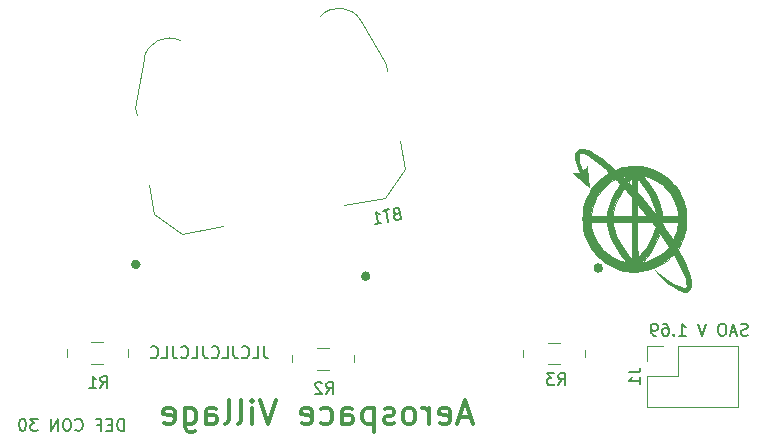
<source format=gbo>
%TF.GenerationSoftware,KiCad,Pcbnew,(6.0.4-0)*%
%TF.CreationDate,2022-07-01T13:06:00-04:00*%
%TF.ProjectId,sr-71,73722d37-312e-46b6-9963-61645f706362,rev?*%
%TF.SameCoordinates,Original*%
%TF.FileFunction,Legend,Bot*%
%TF.FilePolarity,Positive*%
%FSLAX46Y46*%
G04 Gerber Fmt 4.6, Leading zero omitted, Abs format (unit mm)*
G04 Created by KiCad (PCBNEW (6.0.4-0)) date 2022-07-01 13:06:00*
%MOMM*%
%LPD*%
G01*
G04 APERTURE LIST*
%ADD10C,0.300000*%
%ADD11C,0.150000*%
%ADD12C,0.008405*%
%ADD13C,0.400000*%
%ADD14C,0.120000*%
%ADD15C,0.100000*%
G04 APERTURE END LIST*
D10*
X166670000Y-116995533D02*
X165717619Y-116995533D01*
X166860476Y-117566961D02*
X166193809Y-115566961D01*
X165527142Y-117566961D01*
X164098571Y-117471723D02*
X164289047Y-117566961D01*
X164670000Y-117566961D01*
X164860476Y-117471723D01*
X164955714Y-117281247D01*
X164955714Y-116519342D01*
X164860476Y-116328866D01*
X164670000Y-116233628D01*
X164289047Y-116233628D01*
X164098571Y-116328866D01*
X164003333Y-116519342D01*
X164003333Y-116709819D01*
X164955714Y-116900295D01*
X163146190Y-117566961D02*
X163146190Y-116233628D01*
X163146190Y-116614580D02*
X163050952Y-116424104D01*
X162955714Y-116328866D01*
X162765238Y-116233628D01*
X162574761Y-116233628D01*
X161622380Y-117566961D02*
X161812857Y-117471723D01*
X161908095Y-117376485D01*
X162003333Y-117186009D01*
X162003333Y-116614580D01*
X161908095Y-116424104D01*
X161812857Y-116328866D01*
X161622380Y-116233628D01*
X161336666Y-116233628D01*
X161146190Y-116328866D01*
X161050952Y-116424104D01*
X160955714Y-116614580D01*
X160955714Y-117186009D01*
X161050952Y-117376485D01*
X161146190Y-117471723D01*
X161336666Y-117566961D01*
X161622380Y-117566961D01*
X160193809Y-117471723D02*
X160003333Y-117566961D01*
X159622380Y-117566961D01*
X159431904Y-117471723D01*
X159336666Y-117281247D01*
X159336666Y-117186009D01*
X159431904Y-116995533D01*
X159622380Y-116900295D01*
X159908095Y-116900295D01*
X160098571Y-116805057D01*
X160193809Y-116614580D01*
X160193809Y-116519342D01*
X160098571Y-116328866D01*
X159908095Y-116233628D01*
X159622380Y-116233628D01*
X159431904Y-116328866D01*
X158479523Y-116233628D02*
X158479523Y-118233628D01*
X158479523Y-116328866D02*
X158289047Y-116233628D01*
X157908095Y-116233628D01*
X157717619Y-116328866D01*
X157622380Y-116424104D01*
X157527142Y-116614580D01*
X157527142Y-117186009D01*
X157622380Y-117376485D01*
X157717619Y-117471723D01*
X157908095Y-117566961D01*
X158289047Y-117566961D01*
X158479523Y-117471723D01*
X155812857Y-117566961D02*
X155812857Y-116519342D01*
X155908095Y-116328866D01*
X156098571Y-116233628D01*
X156479523Y-116233628D01*
X156670000Y-116328866D01*
X155812857Y-117471723D02*
X156003333Y-117566961D01*
X156479523Y-117566961D01*
X156670000Y-117471723D01*
X156765238Y-117281247D01*
X156765238Y-117090771D01*
X156670000Y-116900295D01*
X156479523Y-116805057D01*
X156003333Y-116805057D01*
X155812857Y-116709819D01*
X154003333Y-117471723D02*
X154193809Y-117566961D01*
X154574761Y-117566961D01*
X154765238Y-117471723D01*
X154860476Y-117376485D01*
X154955714Y-117186009D01*
X154955714Y-116614580D01*
X154860476Y-116424104D01*
X154765238Y-116328866D01*
X154574761Y-116233628D01*
X154193809Y-116233628D01*
X154003333Y-116328866D01*
X152384285Y-117471723D02*
X152574761Y-117566961D01*
X152955714Y-117566961D01*
X153146190Y-117471723D01*
X153241428Y-117281247D01*
X153241428Y-116519342D01*
X153146190Y-116328866D01*
X152955714Y-116233628D01*
X152574761Y-116233628D01*
X152384285Y-116328866D01*
X152289047Y-116519342D01*
X152289047Y-116709819D01*
X153241428Y-116900295D01*
X150193809Y-115566961D02*
X149527142Y-117566961D01*
X148860476Y-115566961D01*
X148193809Y-117566961D02*
X148193809Y-116233628D01*
X148193809Y-115566961D02*
X148289047Y-115662200D01*
X148193809Y-115757438D01*
X148098571Y-115662200D01*
X148193809Y-115566961D01*
X148193809Y-115757438D01*
X146955714Y-117566961D02*
X147146190Y-117471723D01*
X147241428Y-117281247D01*
X147241428Y-115566961D01*
X145908095Y-117566961D02*
X146098571Y-117471723D01*
X146193809Y-117281247D01*
X146193809Y-115566961D01*
X144289047Y-117566961D02*
X144289047Y-116519342D01*
X144384285Y-116328866D01*
X144574761Y-116233628D01*
X144955714Y-116233628D01*
X145146190Y-116328866D01*
X144289047Y-117471723D02*
X144479523Y-117566961D01*
X144955714Y-117566961D01*
X145146190Y-117471723D01*
X145241428Y-117281247D01*
X145241428Y-117090771D01*
X145146190Y-116900295D01*
X144955714Y-116805057D01*
X144479523Y-116805057D01*
X144289047Y-116709819D01*
X142479523Y-116233628D02*
X142479523Y-117852676D01*
X142574761Y-118043152D01*
X142670000Y-118138390D01*
X142860476Y-118233628D01*
X143146190Y-118233628D01*
X143336666Y-118138390D01*
X142479523Y-117471723D02*
X142670000Y-117566961D01*
X143050952Y-117566961D01*
X143241428Y-117471723D01*
X143336666Y-117376485D01*
X143431904Y-117186009D01*
X143431904Y-116614580D01*
X143336666Y-116424104D01*
X143241428Y-116328866D01*
X143050952Y-116233628D01*
X142670000Y-116233628D01*
X142479523Y-116328866D01*
X140765238Y-117471723D02*
X140955714Y-117566961D01*
X141336666Y-117566961D01*
X141527142Y-117471723D01*
X141622380Y-117281247D01*
X141622380Y-116519342D01*
X141527142Y-116328866D01*
X141336666Y-116233628D01*
X140955714Y-116233628D01*
X140765238Y-116328866D01*
X140670000Y-116519342D01*
X140670000Y-116709819D01*
X141622380Y-116900295D01*
D11*
X190137660Y-110045556D02*
X189994802Y-110093175D01*
X189756707Y-110093175D01*
X189661469Y-110045556D01*
X189613850Y-109997937D01*
X189566231Y-109902699D01*
X189566231Y-109807461D01*
X189613850Y-109712223D01*
X189661469Y-109664604D01*
X189756707Y-109616985D01*
X189947183Y-109569366D01*
X190042422Y-109521747D01*
X190090041Y-109474128D01*
X190137660Y-109378890D01*
X190137660Y-109283652D01*
X190090041Y-109188414D01*
X190042422Y-109140795D01*
X189947183Y-109093175D01*
X189709088Y-109093175D01*
X189566231Y-109140795D01*
X189185279Y-109807461D02*
X188709088Y-109807461D01*
X189280517Y-110093175D02*
X188947183Y-109093175D01*
X188613850Y-110093175D01*
X188090041Y-109093175D02*
X187899564Y-109093175D01*
X187804326Y-109140795D01*
X187709088Y-109236033D01*
X187661469Y-109426509D01*
X187661469Y-109759842D01*
X187709088Y-109950318D01*
X187804326Y-110045556D01*
X187899564Y-110093175D01*
X188090041Y-110093175D01*
X188185279Y-110045556D01*
X188280517Y-109950318D01*
X188328136Y-109759842D01*
X188328136Y-109426509D01*
X188280517Y-109236033D01*
X188185279Y-109140795D01*
X188090041Y-109093175D01*
X186613850Y-109093175D02*
X186280517Y-110093175D01*
X185947183Y-109093175D01*
X184328136Y-110093175D02*
X184899564Y-110093175D01*
X184613850Y-110093175D02*
X184613850Y-109093175D01*
X184709088Y-109236033D01*
X184804326Y-109331271D01*
X184899564Y-109378890D01*
X183899564Y-109997937D02*
X183851945Y-110045556D01*
X183899564Y-110093175D01*
X183947183Y-110045556D01*
X183899564Y-109997937D01*
X183899564Y-110093175D01*
X182994802Y-109093175D02*
X183185279Y-109093175D01*
X183280517Y-109140795D01*
X183328136Y-109188414D01*
X183423374Y-109331271D01*
X183470993Y-109521747D01*
X183470993Y-109902699D01*
X183423374Y-109997937D01*
X183375755Y-110045556D01*
X183280517Y-110093175D01*
X183090041Y-110093175D01*
X182994802Y-110045556D01*
X182947183Y-109997937D01*
X182899564Y-109902699D01*
X182899564Y-109664604D01*
X182947183Y-109569366D01*
X182994802Y-109521747D01*
X183090041Y-109474128D01*
X183280517Y-109474128D01*
X183375755Y-109521747D01*
X183423374Y-109569366D01*
X183470993Y-109664604D01*
X182423374Y-110093175D02*
X182232898Y-110093175D01*
X182137660Y-110045556D01*
X182090041Y-109997937D01*
X181994802Y-109855080D01*
X181947183Y-109664604D01*
X181947183Y-109283652D01*
X181994802Y-109188414D01*
X182042422Y-109140795D01*
X182137660Y-109093175D01*
X182328136Y-109093175D01*
X182423374Y-109140795D01*
X182470993Y-109188414D01*
X182518612Y-109283652D01*
X182518612Y-109521747D01*
X182470993Y-109616985D01*
X182423374Y-109664604D01*
X182328136Y-109712223D01*
X182137660Y-109712223D01*
X182042422Y-109664604D01*
X181994802Y-109616985D01*
X181947183Y-109521747D01*
X137322961Y-118155980D02*
X137322961Y-117155980D01*
X137084866Y-117155980D01*
X136942009Y-117203600D01*
X136846771Y-117298838D01*
X136799152Y-117394076D01*
X136751533Y-117584552D01*
X136751533Y-117727409D01*
X136799152Y-117917885D01*
X136846771Y-118013123D01*
X136942009Y-118108361D01*
X137084866Y-118155980D01*
X137322961Y-118155980D01*
X136322961Y-117632171D02*
X135989628Y-117632171D01*
X135846771Y-118155980D02*
X136322961Y-118155980D01*
X136322961Y-117155980D01*
X135846771Y-117155980D01*
X135084866Y-117632171D02*
X135418200Y-117632171D01*
X135418200Y-118155980D02*
X135418200Y-117155980D01*
X134942009Y-117155980D01*
X133227723Y-118060742D02*
X133275342Y-118108361D01*
X133418200Y-118155980D01*
X133513438Y-118155980D01*
X133656295Y-118108361D01*
X133751533Y-118013123D01*
X133799152Y-117917885D01*
X133846771Y-117727409D01*
X133846771Y-117584552D01*
X133799152Y-117394076D01*
X133751533Y-117298838D01*
X133656295Y-117203600D01*
X133513438Y-117155980D01*
X133418200Y-117155980D01*
X133275342Y-117203600D01*
X133227723Y-117251219D01*
X132608676Y-117155980D02*
X132418200Y-117155980D01*
X132322961Y-117203600D01*
X132227723Y-117298838D01*
X132180104Y-117489314D01*
X132180104Y-117822647D01*
X132227723Y-118013123D01*
X132322961Y-118108361D01*
X132418200Y-118155980D01*
X132608676Y-118155980D01*
X132703914Y-118108361D01*
X132799152Y-118013123D01*
X132846771Y-117822647D01*
X132846771Y-117489314D01*
X132799152Y-117298838D01*
X132703914Y-117203600D01*
X132608676Y-117155980D01*
X131751533Y-118155980D02*
X131751533Y-117155980D01*
X131180104Y-118155980D01*
X131180104Y-117155980D01*
X130037247Y-117155980D02*
X129418200Y-117155980D01*
X129751533Y-117536933D01*
X129608676Y-117536933D01*
X129513438Y-117584552D01*
X129465819Y-117632171D01*
X129418200Y-117727409D01*
X129418200Y-117965504D01*
X129465819Y-118060742D01*
X129513438Y-118108361D01*
X129608676Y-118155980D01*
X129894390Y-118155980D01*
X129989628Y-118108361D01*
X130037247Y-118060742D01*
X128799152Y-117155980D02*
X128703914Y-117155980D01*
X128608676Y-117203600D01*
X128561057Y-117251219D01*
X128513438Y-117346457D01*
X128465819Y-117536933D01*
X128465819Y-117775028D01*
X128513438Y-117965504D01*
X128561057Y-118060742D01*
X128608676Y-118108361D01*
X128703914Y-118155980D01*
X128799152Y-118155980D01*
X128894390Y-118108361D01*
X128942009Y-118060742D01*
X128989628Y-117965504D01*
X129037247Y-117775028D01*
X129037247Y-117536933D01*
X128989628Y-117346457D01*
X128942009Y-117251219D01*
X128894390Y-117203600D01*
X128799152Y-117155980D01*
X149182303Y-111009855D02*
X149182303Y-111724141D01*
X149229922Y-111866998D01*
X149325160Y-111962236D01*
X149468017Y-112009855D01*
X149563256Y-112009855D01*
X148229922Y-112009855D02*
X148706113Y-112009855D01*
X148706113Y-111009855D01*
X147325160Y-111914617D02*
X147372779Y-111962236D01*
X147515636Y-112009855D01*
X147610875Y-112009855D01*
X147753732Y-111962236D01*
X147848970Y-111866998D01*
X147896589Y-111771760D01*
X147944208Y-111581284D01*
X147944208Y-111438427D01*
X147896589Y-111247951D01*
X147848970Y-111152713D01*
X147753732Y-111057475D01*
X147610875Y-111009855D01*
X147515636Y-111009855D01*
X147372779Y-111057475D01*
X147325160Y-111105094D01*
X146610875Y-111009855D02*
X146610875Y-111724141D01*
X146658494Y-111866998D01*
X146753732Y-111962236D01*
X146896589Y-112009855D01*
X146991827Y-112009855D01*
X145658494Y-112009855D02*
X146134684Y-112009855D01*
X146134684Y-111009855D01*
X144753732Y-111914617D02*
X144801351Y-111962236D01*
X144944208Y-112009855D01*
X145039446Y-112009855D01*
X145182303Y-111962236D01*
X145277541Y-111866998D01*
X145325160Y-111771760D01*
X145372779Y-111581284D01*
X145372779Y-111438427D01*
X145325160Y-111247951D01*
X145277541Y-111152713D01*
X145182303Y-111057475D01*
X145039446Y-111009855D01*
X144944208Y-111009855D01*
X144801351Y-111057475D01*
X144753732Y-111105094D01*
X144039446Y-111009855D02*
X144039446Y-111724141D01*
X144087065Y-111866998D01*
X144182303Y-111962236D01*
X144325160Y-112009855D01*
X144420398Y-112009855D01*
X143087065Y-112009855D02*
X143563256Y-112009855D01*
X143563256Y-111009855D01*
X142182303Y-111914617D02*
X142229922Y-111962236D01*
X142372779Y-112009855D01*
X142468017Y-112009855D01*
X142610875Y-111962236D01*
X142706113Y-111866998D01*
X142753732Y-111771760D01*
X142801351Y-111581284D01*
X142801351Y-111438427D01*
X142753732Y-111247951D01*
X142706113Y-111152713D01*
X142610875Y-111057475D01*
X142468017Y-111009855D01*
X142372779Y-111009855D01*
X142229922Y-111057475D01*
X142182303Y-111105094D01*
X141468017Y-111009855D02*
X141468017Y-111724141D01*
X141515636Y-111866998D01*
X141610875Y-111962236D01*
X141753732Y-112009855D01*
X141848970Y-112009855D01*
X140515636Y-112009855D02*
X140991827Y-112009855D01*
X140991827Y-111009855D01*
X139610875Y-111914617D02*
X139658494Y-111962236D01*
X139801351Y-112009855D01*
X139896589Y-112009855D01*
X140039446Y-111962236D01*
X140134684Y-111866998D01*
X140182303Y-111771760D01*
X140229922Y-111581284D01*
X140229922Y-111438427D01*
X140182303Y-111247951D01*
X140134684Y-111152713D01*
X140039446Y-111057475D01*
X139896589Y-111009855D01*
X139801351Y-111009855D01*
X139658494Y-111057475D01*
X139610875Y-111105094D01*
X180068532Y-113210951D02*
X180782818Y-113210951D01*
X180925675Y-113163332D01*
X181020913Y-113068094D01*
X181068532Y-112925237D01*
X181068532Y-112829999D01*
X181068532Y-114210951D02*
X181068532Y-113639523D01*
X181068532Y-113925237D02*
X180068532Y-113925237D01*
X180211390Y-113829999D01*
X180306628Y-113734761D01*
X180354247Y-113639523D01*
X135346743Y-114527820D02*
X135680077Y-114051630D01*
X135918172Y-114527820D02*
X135918172Y-113527820D01*
X135537219Y-113527820D01*
X135441981Y-113575440D01*
X135394362Y-113623059D01*
X135346743Y-113718297D01*
X135346743Y-113861154D01*
X135394362Y-113956392D01*
X135441981Y-114004011D01*
X135537219Y-114051630D01*
X135918172Y-114051630D01*
X134394362Y-114527820D02*
X134965791Y-114527820D01*
X134680077Y-114527820D02*
X134680077Y-113527820D01*
X134775315Y-113670678D01*
X134870553Y-113765916D01*
X134965791Y-113813535D01*
X154475410Y-115029799D02*
X154808744Y-114553609D01*
X155046839Y-115029799D02*
X155046839Y-114029799D01*
X154665886Y-114029799D01*
X154570648Y-114077419D01*
X154523029Y-114125038D01*
X154475410Y-114220276D01*
X154475410Y-114363133D01*
X154523029Y-114458371D01*
X154570648Y-114505990D01*
X154665886Y-114553609D01*
X155046839Y-114553609D01*
X154094458Y-114125038D02*
X154046839Y-114077419D01*
X153951601Y-114029799D01*
X153713505Y-114029799D01*
X153618267Y-114077419D01*
X153570648Y-114125038D01*
X153523029Y-114220276D01*
X153523029Y-114315514D01*
X153570648Y-114458371D01*
X154142077Y-115029799D01*
X153523029Y-115029799D01*
X174113780Y-114288934D02*
X174447114Y-113812744D01*
X174685209Y-114288934D02*
X174685209Y-113288934D01*
X174304256Y-113288934D01*
X174209018Y-113336554D01*
X174161399Y-113384173D01*
X174113780Y-113479411D01*
X174113780Y-113622268D01*
X174161399Y-113717506D01*
X174209018Y-113765125D01*
X174304256Y-113812744D01*
X174685209Y-113812744D01*
X173780447Y-113288934D02*
X173161399Y-113288934D01*
X173494733Y-113669887D01*
X173351875Y-113669887D01*
X173256637Y-113717506D01*
X173209018Y-113765125D01*
X173161399Y-113860363D01*
X173161399Y-114098458D01*
X173209018Y-114193696D01*
X173256637Y-114241315D01*
X173351875Y-114288934D01*
X173637590Y-114288934D01*
X173732828Y-114241315D01*
X173780447Y-114193696D01*
X160400374Y-99793018D02*
X160267956Y-99864721D01*
X160229329Y-99919885D01*
X160198971Y-100021945D01*
X160223778Y-100162632D01*
X160287212Y-100248155D01*
X160342376Y-100286781D01*
X160444437Y-100317139D01*
X160819601Y-100250987D01*
X160645953Y-99266179D01*
X160317684Y-99324062D01*
X160232162Y-99387496D01*
X160193535Y-99442660D01*
X160163177Y-99544720D01*
X160179715Y-99638512D01*
X160243149Y-99724034D01*
X160298313Y-99762661D01*
X160400374Y-99793018D01*
X160728643Y-99735136D01*
X159801832Y-99415021D02*
X159239085Y-99514248D01*
X159694107Y-100449442D02*
X159520459Y-99464634D01*
X158568612Y-100647897D02*
X159131360Y-100548670D01*
X158849986Y-100598284D02*
X158676338Y-99613476D01*
X158794936Y-99737625D01*
X158905265Y-99814878D01*
X159007325Y-99845236D01*
G36*
X176561138Y-94388930D02*
G01*
X176848797Y-94513690D01*
X177165396Y-94685960D01*
X177508542Y-94904540D01*
X177875850Y-95168250D01*
X178264931Y-95475860D01*
X178673397Y-95826200D01*
X178931052Y-96055250D01*
X179202167Y-95964150D01*
X179531396Y-95865750D01*
X179841727Y-95803350D01*
X180175738Y-95770750D01*
X180576008Y-95761750D01*
X181075454Y-95776150D01*
X181447998Y-95833950D01*
X181763164Y-95913350D01*
X182067622Y-96012850D01*
X182360773Y-96131900D01*
X182642017Y-96269900D01*
X182910756Y-96426260D01*
X183166392Y-96600400D01*
X183408327Y-96791730D01*
X183635960Y-96999670D01*
X183848694Y-97223630D01*
X184045929Y-97463010D01*
X184227067Y-97717240D01*
X184391508Y-97985720D01*
X184538657Y-98267870D01*
X184667911Y-98563100D01*
X184778673Y-98870820D01*
X184870343Y-99190450D01*
X184918713Y-99399290D01*
X184945113Y-99588710D01*
X184958793Y-100221800D01*
X182766906Y-100292576D01*
X182974445Y-100484620D01*
X182893035Y-100503420D01*
X182878845Y-100538820D01*
X182984325Y-100739680D01*
X183237928Y-101134410D01*
X183709015Y-101852330D01*
X183821017Y-102037170D01*
X183907307Y-101844880D01*
X184026703Y-101552130D01*
X184122353Y-101259180D01*
X184193883Y-100967300D01*
X184240923Y-100677740D01*
X184265193Y-100476090D01*
X184265189Y-100475620D01*
X183572020Y-100475620D01*
X182974445Y-100484620D01*
X182766906Y-100292576D01*
X184958793Y-100221800D01*
X184946403Y-100855690D01*
X184920003Y-101043970D01*
X184871053Y-101253140D01*
X184775943Y-101579860D01*
X184658042Y-101906850D01*
X184524432Y-102216190D01*
X184382184Y-102489980D01*
X184237494Y-102741140D01*
X184370407Y-102982450D01*
X184731464Y-103697700D01*
X185049155Y-104418310D01*
X185189363Y-104796390D01*
X185278613Y-105103050D01*
X185325843Y-105376180D01*
X185339973Y-105653710D01*
X185328393Y-105907610D01*
X185287193Y-106088580D01*
X185208333Y-106217290D01*
X185083757Y-106314390D01*
X184942623Y-106371690D01*
X184742220Y-106373690D01*
X184559573Y-106342990D01*
X184356007Y-106272690D01*
X184132534Y-106163410D01*
X183890162Y-106015830D01*
X183629899Y-105830610D01*
X183352759Y-105608420D01*
X182751881Y-105055810D01*
X182259404Y-104568380D01*
X182561283Y-104803200D01*
X183249390Y-105312140D01*
X183839695Y-105692970D01*
X184325454Y-105941740D01*
X184527019Y-106015340D01*
X184699918Y-106054440D01*
X184827904Y-106057440D01*
X184912144Y-106002640D01*
X184950474Y-105957140D01*
X184969824Y-105904240D01*
X184966524Y-105689020D01*
X184900274Y-105327630D01*
X184746994Y-104881780D01*
X184505612Y-104348700D01*
X184175056Y-103725600D01*
X183886395Y-103211010D01*
X183597014Y-103482130D01*
X183374159Y-103678140D01*
X183142037Y-103857530D01*
X182901382Y-104020100D01*
X182652922Y-104165700D01*
X182135513Y-104405220D01*
X181595656Y-104574670D01*
X181039195Y-104672670D01*
X180756565Y-104694370D01*
X180471974Y-104697370D01*
X180186157Y-104682070D01*
X179899841Y-104647970D01*
X179613756Y-104594970D01*
X179328637Y-104522870D01*
X179013107Y-104410570D01*
X178657313Y-104249770D01*
X178307723Y-104063330D01*
X178010798Y-103874170D01*
X177725829Y-103641430D01*
X177417270Y-103344450D01*
X177130995Y-103030330D01*
X176912879Y-102746200D01*
X176683553Y-102358780D01*
X176487801Y-101939170D01*
X176330995Y-101500470D01*
X176218508Y-101055820D01*
X176175018Y-100686180D01*
X176170844Y-100552370D01*
X176882897Y-100552370D01*
X176886497Y-100672720D01*
X176924577Y-100876310D01*
X176982217Y-101148820D01*
X177058657Y-101413450D01*
X177153727Y-101669890D01*
X177267273Y-101917850D01*
X177399139Y-102157000D01*
X177549161Y-102387050D01*
X177717184Y-102607680D01*
X177903046Y-102818580D01*
X178240459Y-103131370D01*
X178619084Y-103404360D01*
X179022087Y-103626860D01*
X179432633Y-103788160D01*
X179793398Y-103889820D01*
X179900114Y-103912620D01*
X179887400Y-103896150D01*
X181272421Y-103896150D01*
X181310441Y-103901150D01*
X181576657Y-103830250D01*
X182078759Y-103639850D01*
X182546659Y-103388080D01*
X182962309Y-103086280D01*
X183144899Y-102920160D01*
X183307659Y-102745790D01*
X183462925Y-102564090D01*
X183390575Y-102438380D01*
X183013225Y-101868030D01*
X182708221Y-101423380D01*
X182708201Y-101423070D01*
X182619031Y-101656210D01*
X182422857Y-102099820D01*
X182162737Y-102581260D01*
X181853340Y-103075410D01*
X181509336Y-103557140D01*
X181279321Y-103866950D01*
X181272421Y-103896150D01*
X179887400Y-103896150D01*
X179646305Y-103583820D01*
X179355659Y-103189520D01*
X179099444Y-102804440D01*
X178877150Y-102427470D01*
X178688266Y-102057530D01*
X178532281Y-101693540D01*
X178408682Y-101334390D01*
X178316962Y-100979020D01*
X178256602Y-100626310D01*
X178237433Y-100476090D01*
X178726567Y-100476090D01*
X178765987Y-100722210D01*
X178826877Y-101021200D01*
X178914757Y-101323570D01*
X179030827Y-101631700D01*
X179176280Y-101948010D01*
X179352314Y-102274880D01*
X179560129Y-102614690D01*
X180075887Y-103342750D01*
X180325129Y-103652560D01*
X180337629Y-102064320D01*
X180337629Y-100476090D01*
X178726567Y-100476090D01*
X178237433Y-100476090D01*
X178237372Y-100475610D01*
X177556298Y-100475610D01*
X177115030Y-100475150D01*
X177115154Y-100475070D01*
X176947797Y-100493670D01*
X176904667Y-100516670D01*
X176882897Y-100552370D01*
X176170844Y-100552370D01*
X176168404Y-100474140D01*
X180814382Y-100474140D01*
X180814407Y-100474840D01*
X180814407Y-102063790D01*
X180822307Y-103651780D01*
X181156442Y-103212560D01*
X181594311Y-102588470D01*
X181789451Y-102264080D01*
X181964481Y-101929800D01*
X182113418Y-101597910D01*
X182230278Y-101280730D01*
X182346607Y-100920690D01*
X182190380Y-100706290D01*
X182034152Y-100492140D01*
X181424144Y-100483140D01*
X180814382Y-100474140D01*
X176168404Y-100474140D01*
X176160518Y-100221320D01*
X176170284Y-99908220D01*
X176875551Y-99908220D01*
X176891391Y-99941220D01*
X176974541Y-99959020D01*
X177556466Y-99968020D01*
X178237377Y-99968020D01*
X178237383Y-99967980D01*
X178726729Y-99967980D01*
X180337795Y-99967980D01*
X180337795Y-98944530D01*
X180814407Y-98944530D01*
X180814407Y-99967910D01*
X181211465Y-99967910D01*
X181608523Y-99951110D01*
X181211465Y-99439410D01*
X180814407Y-98944530D01*
X180337795Y-98944530D01*
X180337795Y-98380710D01*
X180054902Y-98053110D01*
X180008195Y-97999610D01*
X180814311Y-97999610D01*
X180935928Y-98133970D01*
X181426504Y-98715090D01*
X182019426Y-99459260D01*
X182370244Y-99901390D01*
X182392834Y-99915990D01*
X182399834Y-99902090D01*
X182387674Y-99808690D01*
X182304014Y-99414140D01*
X182170302Y-98998390D01*
X181991210Y-98573960D01*
X181771418Y-98153400D01*
X181349235Y-97500800D01*
X180927068Y-96934100D01*
X180816806Y-96806960D01*
X180816711Y-96806990D01*
X180814311Y-97999610D01*
X180008195Y-97999610D01*
X179807470Y-97769690D01*
X179735500Y-97704190D01*
X179683080Y-97684590D01*
X179683079Y-97684650D01*
X179648669Y-97698750D01*
X179614059Y-97736650D01*
X179523009Y-97876700D01*
X179259680Y-98330390D01*
X179037908Y-98806800D01*
X178869951Y-99276200D01*
X178768069Y-99708880D01*
X178726729Y-99967980D01*
X178237383Y-99967980D01*
X178258287Y-99817080D01*
X178339747Y-99372230D01*
X178451046Y-98959030D01*
X178568492Y-98658970D01*
X178741049Y-98290100D01*
X178938231Y-97913860D01*
X179129554Y-97591680D01*
X179321353Y-97257350D01*
X179266123Y-97175150D01*
X179234208Y-97140810D01*
X180043970Y-97140810D01*
X180167029Y-97280450D01*
X180313883Y-97423460D01*
X180330693Y-97332160D01*
X180337693Y-97108590D01*
X180325683Y-96791090D01*
X180325676Y-96791090D01*
X180325661Y-96791100D01*
X180178807Y-96965830D01*
X180043970Y-97140810D01*
X179234208Y-97140810D01*
X179133398Y-97032340D01*
X178945685Y-96846550D01*
X178945680Y-96846160D01*
X178736817Y-96962730D01*
X178460790Y-97136560D01*
X178198541Y-97340410D01*
X177952789Y-97570960D01*
X177726252Y-97824880D01*
X177521649Y-98098830D01*
X177341698Y-98389490D01*
X177189117Y-98693540D01*
X177066624Y-99007630D01*
X176939331Y-99497940D01*
X176875551Y-99908220D01*
X176170284Y-99908220D01*
X176175018Y-99756470D01*
X176218508Y-99386830D01*
X176329643Y-98942560D01*
X176482339Y-98514220D01*
X176676472Y-98102110D01*
X176911917Y-97706540D01*
X177155448Y-97389540D01*
X177471852Y-97048170D01*
X177812091Y-96731580D01*
X177943935Y-96630030D01*
X179543524Y-96630030D01*
X179618994Y-96723330D01*
X179694224Y-96794030D01*
X179800459Y-96660160D01*
X179878585Y-96561480D01*
X181276460Y-96561480D01*
X181306330Y-96614580D01*
X181509147Y-96885900D01*
X181865146Y-97384600D01*
X182180818Y-97889860D01*
X182442344Y-98377930D01*
X182635908Y-98825050D01*
X182799945Y-99394200D01*
X182856885Y-99672720D01*
X182878895Y-99868890D01*
X182878895Y-99967190D01*
X184265235Y-99967190D01*
X184239275Y-99750390D01*
X184153225Y-99290410D01*
X184009169Y-98846050D01*
X183811352Y-98423260D01*
X183564015Y-98028000D01*
X183271401Y-97666220D01*
X182937754Y-97343850D01*
X182567318Y-97066860D01*
X182164333Y-96841200D01*
X181751174Y-96677210D01*
X181343538Y-96553980D01*
X181284898Y-96544980D01*
X181284860Y-96544580D01*
X181276460Y-96561480D01*
X179878585Y-96561480D01*
X179906453Y-96526280D01*
X179906448Y-96526130D01*
X179816558Y-96548730D01*
X179635094Y-96589630D01*
X179543524Y-96630030D01*
X177943935Y-96630030D01*
X178127127Y-96488930D01*
X178410020Y-96301690D01*
X178125445Y-96028900D01*
X177753967Y-95688310D01*
X177392704Y-95386190D01*
X177050290Y-95127810D01*
X176735358Y-94918500D01*
X176456541Y-94763520D01*
X176222473Y-94668220D01*
X176041788Y-94637820D01*
X175974158Y-94648620D01*
X175923118Y-94677620D01*
X175878218Y-94739220D01*
X175849278Y-94827420D01*
X175838918Y-95078270D01*
X175891328Y-95419880D01*
X176005811Y-95841920D01*
X176090171Y-96085820D01*
X176139441Y-96187300D01*
X176352871Y-95959930D01*
X176502551Y-95795140D01*
X176536591Y-95775840D01*
X176549951Y-95793140D01*
X176673490Y-97478950D01*
X176004355Y-96923020D01*
X175340027Y-96361800D01*
X175496256Y-96340900D01*
X175803183Y-96317100D01*
X175909773Y-96308100D01*
X175954123Y-96291100D01*
X175810394Y-95927450D01*
X175696887Y-95635970D01*
X175614297Y-95372490D01*
X175562617Y-95136920D01*
X175541847Y-94929120D01*
X175551987Y-94748980D01*
X175593037Y-94596380D01*
X175664997Y-94471210D01*
X175767860Y-94373310D01*
X175908725Y-94307610D01*
X176082237Y-94286310D01*
X176082183Y-94286830D01*
X176304803Y-94312930D01*
X176561138Y-94388930D01*
G37*
D12*
X176561138Y-94388930D02*
X176848797Y-94513690D01*
X177165396Y-94685960D01*
X177508542Y-94904540D01*
X177875850Y-95168250D01*
X178264931Y-95475860D01*
X178673397Y-95826200D01*
X178931052Y-96055250D01*
X179202167Y-95964150D01*
X179531396Y-95865750D01*
X179841727Y-95803350D01*
X180175738Y-95770750D01*
X180576008Y-95761750D01*
X181075454Y-95776150D01*
X181447998Y-95833950D01*
X181763164Y-95913350D01*
X182067622Y-96012850D01*
X182360773Y-96131900D01*
X182642017Y-96269900D01*
X182910756Y-96426260D01*
X183166392Y-96600400D01*
X183408327Y-96791730D01*
X183635960Y-96999670D01*
X183848694Y-97223630D01*
X184045929Y-97463010D01*
X184227067Y-97717240D01*
X184391508Y-97985720D01*
X184538657Y-98267870D01*
X184667911Y-98563100D01*
X184778673Y-98870820D01*
X184870343Y-99190450D01*
X184918713Y-99399290D01*
X184945113Y-99588710D01*
X184958793Y-100221800D01*
X182766906Y-100292576D01*
X182974445Y-100484620D01*
X182893035Y-100503420D01*
X182878845Y-100538820D01*
X182984325Y-100739680D01*
X183237928Y-101134410D01*
X183709015Y-101852330D01*
X183821017Y-102037170D01*
X183907307Y-101844880D01*
X184026703Y-101552130D01*
X184122353Y-101259180D01*
X184193883Y-100967300D01*
X184240923Y-100677740D01*
X184265193Y-100476090D01*
X184265189Y-100475620D01*
X183572020Y-100475620D01*
X182974445Y-100484620D01*
X182766906Y-100292576D01*
X184958793Y-100221800D01*
X184946403Y-100855690D01*
X184920003Y-101043970D01*
X184871053Y-101253140D01*
X184775943Y-101579860D01*
X184658042Y-101906850D01*
X184524432Y-102216190D01*
X184382184Y-102489980D01*
X184237494Y-102741140D01*
X184370407Y-102982450D01*
X184731464Y-103697700D01*
X185049155Y-104418310D01*
X185189363Y-104796390D01*
X185278613Y-105103050D01*
X185325843Y-105376180D01*
X185339973Y-105653710D01*
X185328393Y-105907610D01*
X185287193Y-106088580D01*
X185208333Y-106217290D01*
X185083757Y-106314390D01*
X184942623Y-106371690D01*
X184742220Y-106373690D01*
X184559573Y-106342990D01*
X184356007Y-106272690D01*
X184132534Y-106163410D01*
X183890162Y-106015830D01*
X183629899Y-105830610D01*
X183352759Y-105608420D01*
X182751881Y-105055810D01*
X182259404Y-104568380D01*
X182561283Y-104803200D01*
X183249390Y-105312140D01*
X183839695Y-105692970D01*
X184325454Y-105941740D01*
X184527019Y-106015340D01*
X184699918Y-106054440D01*
X184827904Y-106057440D01*
X184912144Y-106002640D01*
X184950474Y-105957140D01*
X184969824Y-105904240D01*
X184966524Y-105689020D01*
X184900274Y-105327630D01*
X184746994Y-104881780D01*
X184505612Y-104348700D01*
X184175056Y-103725600D01*
X183886395Y-103211010D01*
X183597014Y-103482130D01*
X183374159Y-103678140D01*
X183142037Y-103857530D01*
X182901382Y-104020100D01*
X182652922Y-104165700D01*
X182135513Y-104405220D01*
X181595656Y-104574670D01*
X181039195Y-104672670D01*
X180756565Y-104694370D01*
X180471974Y-104697370D01*
X180186157Y-104682070D01*
X179899841Y-104647970D01*
X179613756Y-104594970D01*
X179328637Y-104522870D01*
X179013107Y-104410570D01*
X178657313Y-104249770D01*
X178307723Y-104063330D01*
X178010798Y-103874170D01*
X177725829Y-103641430D01*
X177417270Y-103344450D01*
X177130995Y-103030330D01*
X176912879Y-102746200D01*
X176683553Y-102358780D01*
X176487801Y-101939170D01*
X176330995Y-101500470D01*
X176218508Y-101055820D01*
X176175018Y-100686180D01*
X176170844Y-100552370D01*
X176882897Y-100552370D01*
X176886497Y-100672720D01*
X176924577Y-100876310D01*
X176982217Y-101148820D01*
X177058657Y-101413450D01*
X177153727Y-101669890D01*
X177267273Y-101917850D01*
X177399139Y-102157000D01*
X177549161Y-102387050D01*
X177717184Y-102607680D01*
X177903046Y-102818580D01*
X178240459Y-103131370D01*
X178619084Y-103404360D01*
X179022087Y-103626860D01*
X179432633Y-103788160D01*
X179793398Y-103889820D01*
X179900114Y-103912620D01*
X179887400Y-103896150D01*
X181272421Y-103896150D01*
X181310441Y-103901150D01*
X181576657Y-103830250D01*
X182078759Y-103639850D01*
X182546659Y-103388080D01*
X182962309Y-103086280D01*
X183144899Y-102920160D01*
X183307659Y-102745790D01*
X183462925Y-102564090D01*
X183390575Y-102438380D01*
X183013225Y-101868030D01*
X182708221Y-101423380D01*
X182708201Y-101423070D01*
X182619031Y-101656210D01*
X182422857Y-102099820D01*
X182162737Y-102581260D01*
X181853340Y-103075410D01*
X181509336Y-103557140D01*
X181279321Y-103866950D01*
X181272421Y-103896150D01*
X179887400Y-103896150D01*
X179646305Y-103583820D01*
X179355659Y-103189520D01*
X179099444Y-102804440D01*
X178877150Y-102427470D01*
X178688266Y-102057530D01*
X178532281Y-101693540D01*
X178408682Y-101334390D01*
X178316962Y-100979020D01*
X178256602Y-100626310D01*
X178237433Y-100476090D01*
X178726567Y-100476090D01*
X178765987Y-100722210D01*
X178826877Y-101021200D01*
X178914757Y-101323570D01*
X179030827Y-101631700D01*
X179176280Y-101948010D01*
X179352314Y-102274880D01*
X179560129Y-102614690D01*
X180075887Y-103342750D01*
X180325129Y-103652560D01*
X180337629Y-102064320D01*
X180337629Y-100476090D01*
X178726567Y-100476090D01*
X178237433Y-100476090D01*
X178237372Y-100475610D01*
X177556298Y-100475610D01*
X177115030Y-100475150D01*
X177115154Y-100475070D01*
X176947797Y-100493670D01*
X176904667Y-100516670D01*
X176882897Y-100552370D01*
X176170844Y-100552370D01*
X176168404Y-100474140D01*
X180814382Y-100474140D01*
X180814407Y-100474840D01*
X180814407Y-102063790D01*
X180822307Y-103651780D01*
X181156442Y-103212560D01*
X181594311Y-102588470D01*
X181789451Y-102264080D01*
X181964481Y-101929800D01*
X182113418Y-101597910D01*
X182230278Y-101280730D01*
X182346607Y-100920690D01*
X182190380Y-100706290D01*
X182034152Y-100492140D01*
X181424144Y-100483140D01*
X180814382Y-100474140D01*
X176168404Y-100474140D01*
X176160518Y-100221320D01*
X176170284Y-99908220D01*
X176875551Y-99908220D01*
X176891391Y-99941220D01*
X176974541Y-99959020D01*
X177556466Y-99968020D01*
X178237377Y-99968020D01*
X178237383Y-99967980D01*
X178726729Y-99967980D01*
X180337795Y-99967980D01*
X180337795Y-98944530D01*
X180814407Y-98944530D01*
X180814407Y-99967910D01*
X181211465Y-99967910D01*
X181608523Y-99951110D01*
X181211465Y-99439410D01*
X180814407Y-98944530D01*
X180337795Y-98944530D01*
X180337795Y-98380710D01*
X180054902Y-98053110D01*
X180008195Y-97999610D01*
X180814311Y-97999610D01*
X180935928Y-98133970D01*
X181426504Y-98715090D01*
X182019426Y-99459260D01*
X182370244Y-99901390D01*
X182392834Y-99915990D01*
X182399834Y-99902090D01*
X182387674Y-99808690D01*
X182304014Y-99414140D01*
X182170302Y-98998390D01*
X181991210Y-98573960D01*
X181771418Y-98153400D01*
X181349235Y-97500800D01*
X180927068Y-96934100D01*
X180816806Y-96806960D01*
X180816711Y-96806990D01*
X180814311Y-97999610D01*
X180008195Y-97999610D01*
X179807470Y-97769690D01*
X179735500Y-97704190D01*
X179683080Y-97684590D01*
X179683079Y-97684650D01*
X179648669Y-97698750D01*
X179614059Y-97736650D01*
X179523009Y-97876700D01*
X179259680Y-98330390D01*
X179037908Y-98806800D01*
X178869951Y-99276200D01*
X178768069Y-99708880D01*
X178726729Y-99967980D01*
X178237383Y-99967980D01*
X178258287Y-99817080D01*
X178339747Y-99372230D01*
X178451046Y-98959030D01*
X178568492Y-98658970D01*
X178741049Y-98290100D01*
X178938231Y-97913860D01*
X179129554Y-97591680D01*
X179321353Y-97257350D01*
X179266123Y-97175150D01*
X179234208Y-97140810D01*
X180043970Y-97140810D01*
X180167029Y-97280450D01*
X180313883Y-97423460D01*
X180330693Y-97332160D01*
X180337693Y-97108590D01*
X180325683Y-96791090D01*
X180325676Y-96791090D01*
X180325661Y-96791100D01*
X180178807Y-96965830D01*
X180043970Y-97140810D01*
X179234208Y-97140810D01*
X179133398Y-97032340D01*
X178945685Y-96846550D01*
X178945680Y-96846160D01*
X178736817Y-96962730D01*
X178460790Y-97136560D01*
X178198541Y-97340410D01*
X177952789Y-97570960D01*
X177726252Y-97824880D01*
X177521649Y-98098830D01*
X177341698Y-98389490D01*
X177189117Y-98693540D01*
X177066624Y-99007630D01*
X176939331Y-99497940D01*
X176875551Y-99908220D01*
X176170284Y-99908220D01*
X176175018Y-99756470D01*
X176218508Y-99386830D01*
X176329643Y-98942560D01*
X176482339Y-98514220D01*
X176676472Y-98102110D01*
X176911917Y-97706540D01*
X177155448Y-97389540D01*
X177471852Y-97048170D01*
X177812091Y-96731580D01*
X177943935Y-96630030D01*
X179543524Y-96630030D01*
X179618994Y-96723330D01*
X179694224Y-96794030D01*
X179800459Y-96660160D01*
X179878585Y-96561480D01*
X181276460Y-96561480D01*
X181306330Y-96614580D01*
X181509147Y-96885900D01*
X181865146Y-97384600D01*
X182180818Y-97889860D01*
X182442344Y-98377930D01*
X182635908Y-98825050D01*
X182799945Y-99394200D01*
X182856885Y-99672720D01*
X182878895Y-99868890D01*
X182878895Y-99967190D01*
X184265235Y-99967190D01*
X184239275Y-99750390D01*
X184153225Y-99290410D01*
X184009169Y-98846050D01*
X183811352Y-98423260D01*
X183564015Y-98028000D01*
X183271401Y-97666220D01*
X182937754Y-97343850D01*
X182567318Y-97066860D01*
X182164333Y-96841200D01*
X181751174Y-96677210D01*
X181343538Y-96553980D01*
X181284898Y-96544980D01*
X181284860Y-96544580D01*
X181276460Y-96561480D01*
X179878585Y-96561480D01*
X179906453Y-96526280D01*
X179906448Y-96526130D01*
X179816558Y-96548730D01*
X179635094Y-96589630D01*
X179543524Y-96630030D01*
X177943935Y-96630030D01*
X178127127Y-96488930D01*
X178410020Y-96301690D01*
X178125445Y-96028900D01*
X177753967Y-95688310D01*
X177392704Y-95386190D01*
X177050290Y-95127810D01*
X176735358Y-94918500D01*
X176456541Y-94763520D01*
X176222473Y-94668220D01*
X176041788Y-94637820D01*
X175974158Y-94648620D01*
X175923118Y-94677620D01*
X175878218Y-94739220D01*
X175849278Y-94827420D01*
X175838918Y-95078270D01*
X175891328Y-95419880D01*
X176005811Y-95841920D01*
X176090171Y-96085820D01*
X176139441Y-96187300D01*
X176352871Y-95959930D01*
X176502551Y-95795140D01*
X176536591Y-95775840D01*
X176549951Y-95793140D01*
X176673490Y-97478950D01*
X176004355Y-96923020D01*
X175340027Y-96361800D01*
X175496256Y-96340900D01*
X175803183Y-96317100D01*
X175909773Y-96308100D01*
X175954123Y-96291100D01*
X175810394Y-95927450D01*
X175696887Y-95635970D01*
X175614297Y-95372490D01*
X175562617Y-95136920D01*
X175541847Y-94929120D01*
X175551987Y-94748980D01*
X175593037Y-94596380D01*
X175664997Y-94471210D01*
X175767860Y-94373310D01*
X175908725Y-94307610D01*
X176082237Y-94286310D01*
X176082183Y-94286830D01*
X176304803Y-94312930D01*
X176561138Y-94388930D01*
G36*
X177115030Y-100475150D02*
G01*
X177115015Y-100475160D01*
X177115015Y-100475150D01*
X177115030Y-100475150D01*
G37*
X177115030Y-100475150D02*
X177115015Y-100475160D01*
X177115015Y-100475150D01*
X177115030Y-100475150D01*
D13*
X138543742Y-104075466D02*
G75*
G03*
X138543742Y-104075466I-200000J0D01*
G01*
X158005085Y-105079424D02*
G75*
G03*
X158005085Y-105079424I-200000J0D01*
G01*
X177698111Y-104384376D02*
G75*
G03*
X177698111Y-104384376I-200000J0D01*
G01*
D14*
X184216152Y-110944285D02*
X184216152Y-113544285D01*
X181616152Y-116144285D02*
X189356152Y-116144285D01*
X181616152Y-113544285D02*
X181616152Y-116144285D01*
X182946152Y-110944285D02*
X181616152Y-110944285D01*
X184216152Y-113544285D02*
X181616152Y-113544285D01*
X181616152Y-110944285D02*
X181616152Y-112274285D01*
X189356152Y-110944285D02*
X189356152Y-116144285D01*
X184216152Y-110944285D02*
X189356152Y-110944285D01*
D15*
X137680077Y-111875440D02*
X137680077Y-111275440D01*
X135080077Y-110675440D02*
X135580077Y-110675440D01*
X135080077Y-112475440D02*
X135580077Y-112475440D01*
X132480077Y-111875440D02*
X132480077Y-111275440D01*
X135080077Y-110675440D02*
X134580077Y-110675440D01*
X135080077Y-112475440D02*
X134580077Y-112475440D01*
X154208744Y-112977419D02*
X154708744Y-112977419D01*
X154208744Y-111177419D02*
X153708744Y-111177419D01*
X154208744Y-111177419D02*
X154708744Y-111177419D01*
X156808744Y-112377419D02*
X156808744Y-111777419D01*
X151608744Y-112377419D02*
X151608744Y-111777419D01*
X154208744Y-112977419D02*
X153708744Y-112977419D01*
X173747314Y-110714054D02*
X174247314Y-110714054D01*
X173747314Y-112514054D02*
X173247314Y-112514054D01*
X176347314Y-111314054D02*
X176347314Y-111914054D01*
X171147314Y-111314054D02*
X171147314Y-111914054D01*
X173747314Y-110714054D02*
X173247314Y-110714054D01*
X173747314Y-112514054D02*
X174247314Y-112514054D01*
D14*
X145730807Y-100860621D02*
X142283980Y-101468390D01*
X138295930Y-90829275D02*
X139028142Y-86689231D01*
X142283980Y-101468390D02*
X139874391Y-99781178D01*
X159528385Y-87085421D02*
X157424351Y-83445483D01*
X159419635Y-98446911D02*
X155972808Y-99054680D01*
X139874391Y-99781178D02*
X139447217Y-97358551D01*
X159419635Y-98446911D02*
X161106847Y-96037323D01*
X159637783Y-87705849D02*
X159528385Y-87085421D01*
X138405328Y-91449704D02*
X138295930Y-90829275D01*
X161106847Y-96037323D02*
X160679672Y-93614696D01*
X157408401Y-83440001D02*
G75*
G03*
X153966655Y-83070205I-1856446J-1076898D01*
G01*
X142142788Y-85138285D02*
G75*
G03*
X139028142Y-86689231I-988723J-1917349D01*
G01*
M02*

</source>
